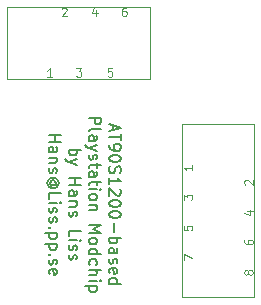
<source format=gbr>
G04 #@! TF.FileFunction,Legend,Top*
%FSLAX46Y46*%
G04 Gerber Fmt 4.6, Leading zero omitted, Abs format (unit mm)*
G04 Created by KiCad (PCBNEW 4.0.7) date 07/17/18 16:46:28*
%MOMM*%
%LPD*%
G01*
G04 APERTURE LIST*
%ADD10C,0.100000*%
%ADD11C,0.200000*%
%ADD12C,0.050000*%
G04 APERTURE END LIST*
D10*
D11*
X152725933Y-102318395D02*
X152725933Y-102794586D01*
X152440219Y-102223157D02*
X153440219Y-102556490D01*
X152440219Y-102889824D01*
X153440219Y-103080300D02*
X153440219Y-103651729D01*
X152440219Y-103366014D02*
X153440219Y-103366014D01*
X152440219Y-104032681D02*
X152440219Y-104223157D01*
X152487838Y-104318396D01*
X152535457Y-104366015D01*
X152678314Y-104461253D01*
X152868790Y-104508872D01*
X153249743Y-104508872D01*
X153344981Y-104461253D01*
X153392600Y-104413634D01*
X153440219Y-104318396D01*
X153440219Y-104127919D01*
X153392600Y-104032681D01*
X153344981Y-103985062D01*
X153249743Y-103937443D01*
X153011648Y-103937443D01*
X152916410Y-103985062D01*
X152868790Y-104032681D01*
X152821171Y-104127919D01*
X152821171Y-104318396D01*
X152868790Y-104413634D01*
X152916410Y-104461253D01*
X153011648Y-104508872D01*
X153440219Y-105127919D02*
X153440219Y-105223158D01*
X153392600Y-105318396D01*
X153344981Y-105366015D01*
X153249743Y-105413634D01*
X153059267Y-105461253D01*
X152821171Y-105461253D01*
X152630695Y-105413634D01*
X152535457Y-105366015D01*
X152487838Y-105318396D01*
X152440219Y-105223158D01*
X152440219Y-105127919D01*
X152487838Y-105032681D01*
X152535457Y-104985062D01*
X152630695Y-104937443D01*
X152821171Y-104889824D01*
X153059267Y-104889824D01*
X153249743Y-104937443D01*
X153344981Y-104985062D01*
X153392600Y-105032681D01*
X153440219Y-105127919D01*
X152487838Y-105842205D02*
X152440219Y-105985062D01*
X152440219Y-106223158D01*
X152487838Y-106318396D01*
X152535457Y-106366015D01*
X152630695Y-106413634D01*
X152725933Y-106413634D01*
X152821171Y-106366015D01*
X152868790Y-106318396D01*
X152916410Y-106223158D01*
X152964029Y-106032681D01*
X153011648Y-105937443D01*
X153059267Y-105889824D01*
X153154505Y-105842205D01*
X153249743Y-105842205D01*
X153344981Y-105889824D01*
X153392600Y-105937443D01*
X153440219Y-106032681D01*
X153440219Y-106270777D01*
X153392600Y-106413634D01*
X152440219Y-107366015D02*
X152440219Y-106794586D01*
X152440219Y-107080300D02*
X153440219Y-107080300D01*
X153297362Y-106985062D01*
X153202124Y-106889824D01*
X153154505Y-106794586D01*
X153344981Y-107746967D02*
X153392600Y-107794586D01*
X153440219Y-107889824D01*
X153440219Y-108127920D01*
X153392600Y-108223158D01*
X153344981Y-108270777D01*
X153249743Y-108318396D01*
X153154505Y-108318396D01*
X153011648Y-108270777D01*
X152440219Y-107699348D01*
X152440219Y-108318396D01*
X153440219Y-108937443D02*
X153440219Y-109032682D01*
X153392600Y-109127920D01*
X153344981Y-109175539D01*
X153249743Y-109223158D01*
X153059267Y-109270777D01*
X152821171Y-109270777D01*
X152630695Y-109223158D01*
X152535457Y-109175539D01*
X152487838Y-109127920D01*
X152440219Y-109032682D01*
X152440219Y-108937443D01*
X152487838Y-108842205D01*
X152535457Y-108794586D01*
X152630695Y-108746967D01*
X152821171Y-108699348D01*
X153059267Y-108699348D01*
X153249743Y-108746967D01*
X153344981Y-108794586D01*
X153392600Y-108842205D01*
X153440219Y-108937443D01*
X153440219Y-109889824D02*
X153440219Y-109985063D01*
X153392600Y-110080301D01*
X153344981Y-110127920D01*
X153249743Y-110175539D01*
X153059267Y-110223158D01*
X152821171Y-110223158D01*
X152630695Y-110175539D01*
X152535457Y-110127920D01*
X152487838Y-110080301D01*
X152440219Y-109985063D01*
X152440219Y-109889824D01*
X152487838Y-109794586D01*
X152535457Y-109746967D01*
X152630695Y-109699348D01*
X152821171Y-109651729D01*
X153059267Y-109651729D01*
X153249743Y-109699348D01*
X153344981Y-109746967D01*
X153392600Y-109794586D01*
X153440219Y-109889824D01*
X152821171Y-110651729D02*
X152821171Y-111413634D01*
X152440219Y-111889824D02*
X153440219Y-111889824D01*
X153059267Y-111889824D02*
X153106886Y-111985062D01*
X153106886Y-112175539D01*
X153059267Y-112270777D01*
X153011648Y-112318396D01*
X152916410Y-112366015D01*
X152630695Y-112366015D01*
X152535457Y-112318396D01*
X152487838Y-112270777D01*
X152440219Y-112175539D01*
X152440219Y-111985062D01*
X152487838Y-111889824D01*
X152440219Y-113223158D02*
X152964029Y-113223158D01*
X153059267Y-113175539D01*
X153106886Y-113080301D01*
X153106886Y-112889824D01*
X153059267Y-112794586D01*
X152487838Y-113223158D02*
X152440219Y-113127920D01*
X152440219Y-112889824D01*
X152487838Y-112794586D01*
X152583076Y-112746967D01*
X152678314Y-112746967D01*
X152773552Y-112794586D01*
X152821171Y-112889824D01*
X152821171Y-113127920D01*
X152868790Y-113223158D01*
X152487838Y-113651729D02*
X152440219Y-113746967D01*
X152440219Y-113937443D01*
X152487838Y-114032682D01*
X152583076Y-114080301D01*
X152630695Y-114080301D01*
X152725933Y-114032682D01*
X152773552Y-113937443D01*
X152773552Y-113794586D01*
X152821171Y-113699348D01*
X152916410Y-113651729D01*
X152964029Y-113651729D01*
X153059267Y-113699348D01*
X153106886Y-113794586D01*
X153106886Y-113937443D01*
X153059267Y-114032682D01*
X152487838Y-114889825D02*
X152440219Y-114794587D01*
X152440219Y-114604110D01*
X152487838Y-114508872D01*
X152583076Y-114461253D01*
X152964029Y-114461253D01*
X153059267Y-114508872D01*
X153106886Y-114604110D01*
X153106886Y-114794587D01*
X153059267Y-114889825D01*
X152964029Y-114937444D01*
X152868790Y-114937444D01*
X152773552Y-114461253D01*
X152440219Y-115794587D02*
X153440219Y-115794587D01*
X152487838Y-115794587D02*
X152440219Y-115699349D01*
X152440219Y-115508872D01*
X152487838Y-115413634D01*
X152535457Y-115366015D01*
X152630695Y-115318396D01*
X152916410Y-115318396D01*
X153011648Y-115366015D01*
X153059267Y-115413634D01*
X153106886Y-115508872D01*
X153106886Y-115699349D01*
X153059267Y-115794587D01*
X150740219Y-101723156D02*
X151740219Y-101723156D01*
X151740219Y-102104109D01*
X151692600Y-102199347D01*
X151644981Y-102246966D01*
X151549743Y-102294585D01*
X151406886Y-102294585D01*
X151311648Y-102246966D01*
X151264029Y-102199347D01*
X151216410Y-102104109D01*
X151216410Y-101723156D01*
X150740219Y-102866013D02*
X150787838Y-102770775D01*
X150883076Y-102723156D01*
X151740219Y-102723156D01*
X150740219Y-103675538D02*
X151264029Y-103675538D01*
X151359267Y-103627919D01*
X151406886Y-103532681D01*
X151406886Y-103342204D01*
X151359267Y-103246966D01*
X150787838Y-103675538D02*
X150740219Y-103580300D01*
X150740219Y-103342204D01*
X150787838Y-103246966D01*
X150883076Y-103199347D01*
X150978314Y-103199347D01*
X151073552Y-103246966D01*
X151121171Y-103342204D01*
X151121171Y-103580300D01*
X151168790Y-103675538D01*
X151406886Y-104056490D02*
X150740219Y-104294585D01*
X151406886Y-104532681D02*
X150740219Y-104294585D01*
X150502124Y-104199347D01*
X150454505Y-104151728D01*
X150406886Y-104056490D01*
X150787838Y-104866014D02*
X150740219Y-104961252D01*
X150740219Y-105151728D01*
X150787838Y-105246967D01*
X150883076Y-105294586D01*
X150930695Y-105294586D01*
X151025933Y-105246967D01*
X151073552Y-105151728D01*
X151073552Y-105008871D01*
X151121171Y-104913633D01*
X151216410Y-104866014D01*
X151264029Y-104866014D01*
X151359267Y-104913633D01*
X151406886Y-105008871D01*
X151406886Y-105151728D01*
X151359267Y-105246967D01*
X151406886Y-105580300D02*
X151406886Y-105961252D01*
X151740219Y-105723157D02*
X150883076Y-105723157D01*
X150787838Y-105770776D01*
X150740219Y-105866014D01*
X150740219Y-105961252D01*
X150740219Y-106723158D02*
X151264029Y-106723158D01*
X151359267Y-106675539D01*
X151406886Y-106580301D01*
X151406886Y-106389824D01*
X151359267Y-106294586D01*
X150787838Y-106723158D02*
X150740219Y-106627920D01*
X150740219Y-106389824D01*
X150787838Y-106294586D01*
X150883076Y-106246967D01*
X150978314Y-106246967D01*
X151073552Y-106294586D01*
X151121171Y-106389824D01*
X151121171Y-106627920D01*
X151168790Y-106723158D01*
X151406886Y-107056491D02*
X151406886Y-107437443D01*
X151740219Y-107199348D02*
X150883076Y-107199348D01*
X150787838Y-107246967D01*
X150740219Y-107342205D01*
X150740219Y-107437443D01*
X150740219Y-107770777D02*
X151406886Y-107770777D01*
X151740219Y-107770777D02*
X151692600Y-107723158D01*
X151644981Y-107770777D01*
X151692600Y-107818396D01*
X151740219Y-107770777D01*
X151644981Y-107770777D01*
X150740219Y-108389824D02*
X150787838Y-108294586D01*
X150835457Y-108246967D01*
X150930695Y-108199348D01*
X151216410Y-108199348D01*
X151311648Y-108246967D01*
X151359267Y-108294586D01*
X151406886Y-108389824D01*
X151406886Y-108532682D01*
X151359267Y-108627920D01*
X151311648Y-108675539D01*
X151216410Y-108723158D01*
X150930695Y-108723158D01*
X150835457Y-108675539D01*
X150787838Y-108627920D01*
X150740219Y-108532682D01*
X150740219Y-108389824D01*
X151406886Y-109151729D02*
X150740219Y-109151729D01*
X151311648Y-109151729D02*
X151359267Y-109199348D01*
X151406886Y-109294586D01*
X151406886Y-109437444D01*
X151359267Y-109532682D01*
X151264029Y-109580301D01*
X150740219Y-109580301D01*
X150740219Y-110818396D02*
X151740219Y-110818396D01*
X151025933Y-111151730D01*
X151740219Y-111485063D01*
X150740219Y-111485063D01*
X150740219Y-112104110D02*
X150787838Y-112008872D01*
X150835457Y-111961253D01*
X150930695Y-111913634D01*
X151216410Y-111913634D01*
X151311648Y-111961253D01*
X151359267Y-112008872D01*
X151406886Y-112104110D01*
X151406886Y-112246968D01*
X151359267Y-112342206D01*
X151311648Y-112389825D01*
X151216410Y-112437444D01*
X150930695Y-112437444D01*
X150835457Y-112389825D01*
X150787838Y-112342206D01*
X150740219Y-112246968D01*
X150740219Y-112104110D01*
X150740219Y-113294587D02*
X151740219Y-113294587D01*
X150787838Y-113294587D02*
X150740219Y-113199349D01*
X150740219Y-113008872D01*
X150787838Y-112913634D01*
X150835457Y-112866015D01*
X150930695Y-112818396D01*
X151216410Y-112818396D01*
X151311648Y-112866015D01*
X151359267Y-112913634D01*
X151406886Y-113008872D01*
X151406886Y-113199349D01*
X151359267Y-113294587D01*
X150787838Y-114199349D02*
X150740219Y-114104111D01*
X150740219Y-113913634D01*
X150787838Y-113818396D01*
X150835457Y-113770777D01*
X150930695Y-113723158D01*
X151216410Y-113723158D01*
X151311648Y-113770777D01*
X151359267Y-113818396D01*
X151406886Y-113913634D01*
X151406886Y-114104111D01*
X151359267Y-114199349D01*
X150740219Y-114627920D02*
X151740219Y-114627920D01*
X150740219Y-115056492D02*
X151264029Y-115056492D01*
X151359267Y-115008873D01*
X151406886Y-114913635D01*
X151406886Y-114770777D01*
X151359267Y-114675539D01*
X151311648Y-114627920D01*
X150740219Y-115532682D02*
X151406886Y-115532682D01*
X151740219Y-115532682D02*
X151692600Y-115485063D01*
X151644981Y-115532682D01*
X151692600Y-115580301D01*
X151740219Y-115532682D01*
X151644981Y-115532682D01*
X151406886Y-116008872D02*
X150406886Y-116008872D01*
X151359267Y-116008872D02*
X151406886Y-116104110D01*
X151406886Y-116294587D01*
X151359267Y-116389825D01*
X151311648Y-116437444D01*
X151216410Y-116485063D01*
X150930695Y-116485063D01*
X150835457Y-116437444D01*
X150787838Y-116389825D01*
X150740219Y-116294587D01*
X150740219Y-116104110D01*
X150787838Y-116008872D01*
X149040219Y-104437442D02*
X150040219Y-104437442D01*
X149659267Y-104437442D02*
X149706886Y-104532680D01*
X149706886Y-104723157D01*
X149659267Y-104818395D01*
X149611648Y-104866014D01*
X149516410Y-104913633D01*
X149230695Y-104913633D01*
X149135457Y-104866014D01*
X149087838Y-104818395D01*
X149040219Y-104723157D01*
X149040219Y-104532680D01*
X149087838Y-104437442D01*
X149706886Y-105246966D02*
X149040219Y-105485061D01*
X149706886Y-105723157D02*
X149040219Y-105485061D01*
X148802124Y-105389823D01*
X148754505Y-105342204D01*
X148706886Y-105246966D01*
X149040219Y-106866014D02*
X150040219Y-106866014D01*
X149564029Y-106866014D02*
X149564029Y-107437443D01*
X149040219Y-107437443D02*
X150040219Y-107437443D01*
X149040219Y-108342205D02*
X149564029Y-108342205D01*
X149659267Y-108294586D01*
X149706886Y-108199348D01*
X149706886Y-108008871D01*
X149659267Y-107913633D01*
X149087838Y-108342205D02*
X149040219Y-108246967D01*
X149040219Y-108008871D01*
X149087838Y-107913633D01*
X149183076Y-107866014D01*
X149278314Y-107866014D01*
X149373552Y-107913633D01*
X149421171Y-108008871D01*
X149421171Y-108246967D01*
X149468790Y-108342205D01*
X149706886Y-108818395D02*
X149040219Y-108818395D01*
X149611648Y-108818395D02*
X149659267Y-108866014D01*
X149706886Y-108961252D01*
X149706886Y-109104110D01*
X149659267Y-109199348D01*
X149564029Y-109246967D01*
X149040219Y-109246967D01*
X149087838Y-109675538D02*
X149040219Y-109770776D01*
X149040219Y-109961252D01*
X149087838Y-110056491D01*
X149183076Y-110104110D01*
X149230695Y-110104110D01*
X149325933Y-110056491D01*
X149373552Y-109961252D01*
X149373552Y-109818395D01*
X149421171Y-109723157D01*
X149516410Y-109675538D01*
X149564029Y-109675538D01*
X149659267Y-109723157D01*
X149706886Y-109818395D01*
X149706886Y-109961252D01*
X149659267Y-110056491D01*
X149040219Y-111770777D02*
X149040219Y-111294586D01*
X150040219Y-111294586D01*
X149040219Y-112104110D02*
X149706886Y-112104110D01*
X150040219Y-112104110D02*
X149992600Y-112056491D01*
X149944981Y-112104110D01*
X149992600Y-112151729D01*
X150040219Y-112104110D01*
X149944981Y-112104110D01*
X149087838Y-112532681D02*
X149040219Y-112627919D01*
X149040219Y-112818395D01*
X149087838Y-112913634D01*
X149183076Y-112961253D01*
X149230695Y-112961253D01*
X149325933Y-112913634D01*
X149373552Y-112818395D01*
X149373552Y-112675538D01*
X149421171Y-112580300D01*
X149516410Y-112532681D01*
X149564029Y-112532681D01*
X149659267Y-112580300D01*
X149706886Y-112675538D01*
X149706886Y-112818395D01*
X149659267Y-112913634D01*
X149087838Y-113342205D02*
X149040219Y-113437443D01*
X149040219Y-113627919D01*
X149087838Y-113723158D01*
X149183076Y-113770777D01*
X149230695Y-113770777D01*
X149325933Y-113723158D01*
X149373552Y-113627919D01*
X149373552Y-113485062D01*
X149421171Y-113389824D01*
X149516410Y-113342205D01*
X149564029Y-113342205D01*
X149659267Y-113389824D01*
X149706886Y-113485062D01*
X149706886Y-113627919D01*
X149659267Y-113723158D01*
X147340219Y-103175538D02*
X148340219Y-103175538D01*
X147864029Y-103175538D02*
X147864029Y-103746967D01*
X147340219Y-103746967D02*
X148340219Y-103746967D01*
X147340219Y-104651729D02*
X147864029Y-104651729D01*
X147959267Y-104604110D01*
X148006886Y-104508872D01*
X148006886Y-104318395D01*
X147959267Y-104223157D01*
X147387838Y-104651729D02*
X147340219Y-104556491D01*
X147340219Y-104318395D01*
X147387838Y-104223157D01*
X147483076Y-104175538D01*
X147578314Y-104175538D01*
X147673552Y-104223157D01*
X147721171Y-104318395D01*
X147721171Y-104556491D01*
X147768790Y-104651729D01*
X148006886Y-105127919D02*
X147340219Y-105127919D01*
X147911648Y-105127919D02*
X147959267Y-105175538D01*
X148006886Y-105270776D01*
X148006886Y-105413634D01*
X147959267Y-105508872D01*
X147864029Y-105556491D01*
X147340219Y-105556491D01*
X147387838Y-105985062D02*
X147340219Y-106080300D01*
X147340219Y-106270776D01*
X147387838Y-106366015D01*
X147483076Y-106413634D01*
X147530695Y-106413634D01*
X147625933Y-106366015D01*
X147673552Y-106270776D01*
X147673552Y-106127919D01*
X147721171Y-106032681D01*
X147816410Y-105985062D01*
X147864029Y-105985062D01*
X147959267Y-106032681D01*
X148006886Y-106127919D01*
X148006886Y-106270776D01*
X147959267Y-106366015D01*
X147816410Y-107461253D02*
X147864029Y-107413634D01*
X147911648Y-107318396D01*
X147911648Y-107223158D01*
X147864029Y-107127920D01*
X147816410Y-107080300D01*
X147721171Y-107032681D01*
X147625933Y-107032681D01*
X147530695Y-107080300D01*
X147483076Y-107127920D01*
X147435457Y-107223158D01*
X147435457Y-107318396D01*
X147483076Y-107413634D01*
X147530695Y-107461253D01*
X147911648Y-107461253D02*
X147530695Y-107461253D01*
X147483076Y-107508872D01*
X147483076Y-107556491D01*
X147530695Y-107651729D01*
X147625933Y-107699348D01*
X147864029Y-107699348D01*
X148006886Y-107604110D01*
X148102124Y-107461253D01*
X148149743Y-107270777D01*
X148102124Y-107080300D01*
X148006886Y-106937443D01*
X147864029Y-106842205D01*
X147673552Y-106794586D01*
X147483076Y-106842205D01*
X147340219Y-106937443D01*
X147244981Y-107080300D01*
X147197362Y-107270777D01*
X147244981Y-107461253D01*
X147340219Y-107604110D01*
X147340219Y-108604110D02*
X147340219Y-108127919D01*
X148340219Y-108127919D01*
X147340219Y-108937443D02*
X148006886Y-108937443D01*
X148340219Y-108937443D02*
X148292600Y-108889824D01*
X148244981Y-108937443D01*
X148292600Y-108985062D01*
X148340219Y-108937443D01*
X148244981Y-108937443D01*
X147387838Y-109366014D02*
X147340219Y-109461252D01*
X147340219Y-109651728D01*
X147387838Y-109746967D01*
X147483076Y-109794586D01*
X147530695Y-109794586D01*
X147625933Y-109746967D01*
X147673552Y-109651728D01*
X147673552Y-109508871D01*
X147721171Y-109413633D01*
X147816410Y-109366014D01*
X147864029Y-109366014D01*
X147959267Y-109413633D01*
X148006886Y-109508871D01*
X148006886Y-109651728D01*
X147959267Y-109746967D01*
X147387838Y-110175538D02*
X147340219Y-110270776D01*
X147340219Y-110461252D01*
X147387838Y-110556491D01*
X147483076Y-110604110D01*
X147530695Y-110604110D01*
X147625933Y-110556491D01*
X147673552Y-110461252D01*
X147673552Y-110318395D01*
X147721171Y-110223157D01*
X147816410Y-110175538D01*
X147864029Y-110175538D01*
X147959267Y-110223157D01*
X148006886Y-110318395D01*
X148006886Y-110461252D01*
X147959267Y-110556491D01*
X147435457Y-111032681D02*
X147387838Y-111080300D01*
X147340219Y-111032681D01*
X147387838Y-110985062D01*
X147435457Y-111032681D01*
X147340219Y-111032681D01*
X148006886Y-111508871D02*
X147006886Y-111508871D01*
X147959267Y-111508871D02*
X148006886Y-111604109D01*
X148006886Y-111794586D01*
X147959267Y-111889824D01*
X147911648Y-111937443D01*
X147816410Y-111985062D01*
X147530695Y-111985062D01*
X147435457Y-111937443D01*
X147387838Y-111889824D01*
X147340219Y-111794586D01*
X147340219Y-111604109D01*
X147387838Y-111508871D01*
X148006886Y-112413633D02*
X147006886Y-112413633D01*
X147959267Y-112413633D02*
X148006886Y-112508871D01*
X148006886Y-112699348D01*
X147959267Y-112794586D01*
X147911648Y-112842205D01*
X147816410Y-112889824D01*
X147530695Y-112889824D01*
X147435457Y-112842205D01*
X147387838Y-112794586D01*
X147340219Y-112699348D01*
X147340219Y-112508871D01*
X147387838Y-112413633D01*
X147435457Y-113318395D02*
X147387838Y-113366014D01*
X147340219Y-113318395D01*
X147387838Y-113270776D01*
X147435457Y-113318395D01*
X147340219Y-113318395D01*
X147387838Y-113746966D02*
X147340219Y-113842204D01*
X147340219Y-114032680D01*
X147387838Y-114127919D01*
X147483076Y-114175538D01*
X147530695Y-114175538D01*
X147625933Y-114127919D01*
X147673552Y-114032680D01*
X147673552Y-113889823D01*
X147721171Y-113794585D01*
X147816410Y-113746966D01*
X147864029Y-113746966D01*
X147959267Y-113794585D01*
X148006886Y-113889823D01*
X148006886Y-114032680D01*
X147959267Y-114127919D01*
X147387838Y-114985062D02*
X147340219Y-114889824D01*
X147340219Y-114699347D01*
X147387838Y-114604109D01*
X147483076Y-114556490D01*
X147864029Y-114556490D01*
X147959267Y-114604109D01*
X148006886Y-114699347D01*
X148006886Y-114889824D01*
X147959267Y-114985062D01*
X147864029Y-115032681D01*
X147768790Y-115032681D01*
X147673552Y-114556490D01*
D12*
X158607000Y-116942300D02*
X158607000Y-102292300D01*
X158607000Y-102292300D02*
X164717000Y-102292300D01*
X164717000Y-102292300D02*
X164717000Y-116942300D01*
X164717000Y-116942300D02*
X158607000Y-116942300D01*
X155855100Y-98453700D02*
X143745100Y-98453700D01*
X143745100Y-98453700D02*
X143745100Y-92343700D01*
X143745100Y-92343700D02*
X155855100Y-92343700D01*
X155855100Y-92343700D02*
X155855100Y-98453700D01*
D10*
X164193667Y-114888966D02*
X164160333Y-114955633D01*
X164127000Y-114988966D01*
X164060333Y-115022300D01*
X164027000Y-115022300D01*
X163960333Y-114988966D01*
X163927000Y-114955633D01*
X163893667Y-114888966D01*
X163893667Y-114755633D01*
X163927000Y-114688966D01*
X163960333Y-114655633D01*
X164027000Y-114622300D01*
X164060333Y-114622300D01*
X164127000Y-114655633D01*
X164160333Y-114688966D01*
X164193667Y-114755633D01*
X164193667Y-114888966D01*
X164227000Y-114955633D01*
X164260333Y-114988966D01*
X164327000Y-115022300D01*
X164460333Y-115022300D01*
X164527000Y-114988966D01*
X164560333Y-114955633D01*
X164593667Y-114888966D01*
X164593667Y-114755633D01*
X164560333Y-114688966D01*
X164527000Y-114655633D01*
X164460333Y-114622300D01*
X164327000Y-114622300D01*
X164260333Y-114655633D01*
X164227000Y-114688966D01*
X164193667Y-114755633D01*
X158763667Y-113735633D02*
X158763667Y-113268966D01*
X159463667Y-113568966D01*
X163883667Y-112118966D02*
X163883667Y-112252300D01*
X163917000Y-112318966D01*
X163950333Y-112352300D01*
X164050333Y-112418966D01*
X164183667Y-112452300D01*
X164450333Y-112452300D01*
X164517000Y-112418966D01*
X164550333Y-112385633D01*
X164583667Y-112318966D01*
X164583667Y-112185633D01*
X164550333Y-112118966D01*
X164517000Y-112085633D01*
X164450333Y-112052300D01*
X164283667Y-112052300D01*
X164217000Y-112085633D01*
X164183667Y-112118966D01*
X164150333Y-112185633D01*
X164150333Y-112318966D01*
X164183667Y-112385633D01*
X164217000Y-112418966D01*
X164283667Y-112452300D01*
X164117000Y-109638966D02*
X164583667Y-109638966D01*
X163850333Y-109805633D02*
X164350333Y-109972300D01*
X164350333Y-109538966D01*
X163940333Y-107392300D02*
X163907000Y-107358966D01*
X163873667Y-107292300D01*
X163873667Y-107125633D01*
X163907000Y-107058966D01*
X163940333Y-107025633D01*
X164007000Y-106992300D01*
X164073667Y-106992300D01*
X164173667Y-107025633D01*
X164573667Y-107425633D01*
X164573667Y-106992300D01*
X158753667Y-110895633D02*
X158753667Y-111228966D01*
X159087000Y-111262300D01*
X159053667Y-111228966D01*
X159020333Y-111162300D01*
X159020333Y-110995633D01*
X159053667Y-110928966D01*
X159087000Y-110895633D01*
X159153667Y-110862300D01*
X159320333Y-110862300D01*
X159387000Y-110895633D01*
X159420333Y-110928966D01*
X159453667Y-110995633D01*
X159453667Y-111162300D01*
X159420333Y-111228966D01*
X159387000Y-111262300D01*
X158753667Y-108665633D02*
X158753667Y-108232300D01*
X159020333Y-108465633D01*
X159020333Y-108365633D01*
X159053667Y-108298966D01*
X159087000Y-108265633D01*
X159153667Y-108232300D01*
X159320333Y-108232300D01*
X159387000Y-108265633D01*
X159420333Y-108298966D01*
X159453667Y-108365633D01*
X159453667Y-108565633D01*
X159420333Y-108632300D01*
X159387000Y-108665633D01*
X159453667Y-105762300D02*
X159453667Y-106162300D01*
X159453667Y-105962300D02*
X158753667Y-105962300D01*
X158853667Y-106028966D01*
X158920333Y-106095633D01*
X158953667Y-106162300D01*
X153838434Y-92410367D02*
X153705100Y-92410367D01*
X153638434Y-92443700D01*
X153605100Y-92477033D01*
X153538434Y-92577033D01*
X153505100Y-92710367D01*
X153505100Y-92977033D01*
X153538434Y-93043700D01*
X153571767Y-93077033D01*
X153638434Y-93110367D01*
X153771767Y-93110367D01*
X153838434Y-93077033D01*
X153871767Y-93043700D01*
X153905100Y-92977033D01*
X153905100Y-92810367D01*
X153871767Y-92743700D01*
X153838434Y-92710367D01*
X153771767Y-92677033D01*
X153638434Y-92677033D01*
X153571767Y-92710367D01*
X153538434Y-92743700D01*
X153505100Y-92810367D01*
X151358434Y-92643700D02*
X151358434Y-93110367D01*
X151191767Y-92377033D02*
X151025100Y-92877033D01*
X151458434Y-92877033D01*
X148445100Y-92487033D02*
X148478434Y-92453700D01*
X148545100Y-92420367D01*
X148711767Y-92420367D01*
X148778434Y-92453700D01*
X148811767Y-92487033D01*
X148845100Y-92553700D01*
X148845100Y-92620367D01*
X148811767Y-92720367D01*
X148411767Y-93120367D01*
X148845100Y-93120367D01*
X152681767Y-97540367D02*
X152348434Y-97540367D01*
X152315100Y-97873700D01*
X152348434Y-97840367D01*
X152415100Y-97807033D01*
X152581767Y-97807033D01*
X152648434Y-97840367D01*
X152681767Y-97873700D01*
X152715100Y-97940367D01*
X152715100Y-98107033D01*
X152681767Y-98173700D01*
X152648434Y-98207033D01*
X152581767Y-98240367D01*
X152415100Y-98240367D01*
X152348434Y-98207033D01*
X152315100Y-98173700D01*
X149651767Y-97540367D02*
X150085100Y-97540367D01*
X149851767Y-97807033D01*
X149951767Y-97807033D01*
X150018434Y-97840367D01*
X150051767Y-97873700D01*
X150085100Y-97940367D01*
X150085100Y-98107033D01*
X150051767Y-98173700D01*
X150018434Y-98207033D01*
X149951767Y-98240367D01*
X149751767Y-98240367D01*
X149685100Y-98207033D01*
X149651767Y-98173700D01*
X147615100Y-98240367D02*
X147215100Y-98240367D01*
X147415100Y-98240367D02*
X147415100Y-97540367D01*
X147348434Y-97640367D01*
X147281767Y-97707033D01*
X147215100Y-97740367D01*
M02*

</source>
